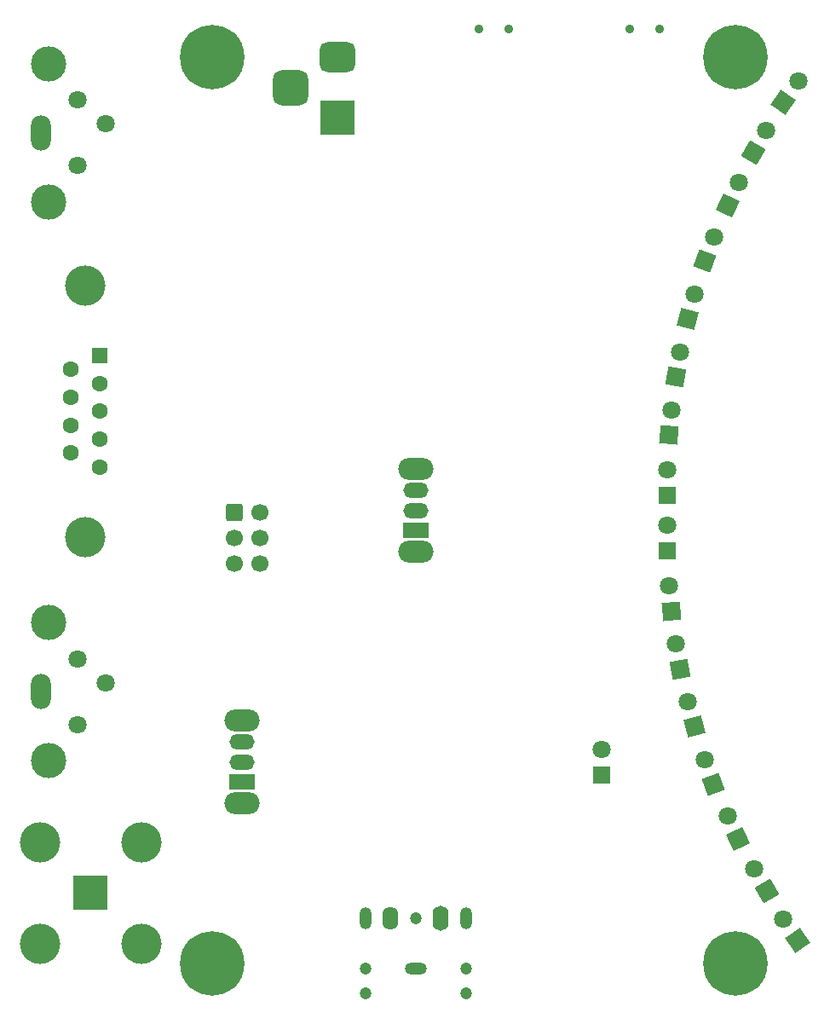
<source format=gbr>
%TF.GenerationSoftware,KiCad,Pcbnew,8.0.2+b1*%
%TF.CreationDate,2025-03-29T04:57:43+02:00*%
%TF.ProjectId,3dglassbox,3364676c-6173-4736-926f-782e6b696361,rev?*%
%TF.SameCoordinates,Original*%
%TF.FileFunction,Soldermask,Bot*%
%TF.FilePolarity,Negative*%
%FSLAX46Y46*%
G04 Gerber Fmt 4.6, Leading zero omitted, Abs format (unit mm)*
G04 Created by KiCad (PCBNEW 8.0.2+b1) date 2025-03-29 04:57:43*
%MOMM*%
%LPD*%
G01*
G04 APERTURE LIST*
G04 Aperture macros list*
%AMRoundRect*
0 Rectangle with rounded corners*
0 $1 Rounding radius*
0 $2 $3 $4 $5 $6 $7 $8 $9 X,Y pos of 4 corners*
0 Add a 4 corners polygon primitive as box body*
4,1,4,$2,$3,$4,$5,$6,$7,$8,$9,$2,$3,0*
0 Add four circle primitives for the rounded corners*
1,1,$1+$1,$2,$3*
1,1,$1+$1,$4,$5*
1,1,$1+$1,$6,$7*
1,1,$1+$1,$8,$9*
0 Add four rect primitives between the rounded corners*
20,1,$1+$1,$2,$3,$4,$5,0*
20,1,$1+$1,$4,$5,$6,$7,0*
20,1,$1+$1,$6,$7,$8,$9,0*
20,1,$1+$1,$8,$9,$2,$3,0*%
%AMRotRect*
0 Rectangle, with rotation*
0 The origin of the aperture is its center*
0 $1 length*
0 $2 width*
0 $3 Rotation angle, in degrees counterclockwise*
0 Add horizontal line*
21,1,$1,$2,0,0,$3*%
G04 Aperture macros list end*
%ADD10C,6.400000*%
%ADD11C,0.900000*%
%ADD12RotRect,1.800000X1.800000X65.000000*%
%ADD13C,1.800000*%
%ADD14RotRect,1.800000X1.800000X100.000000*%
%ADD15RotRect,1.800000X1.800000X95.000000*%
%ADD16C,3.500000*%
%ADD17O,2.000000X3.500000*%
%ADD18C,4.000000*%
%ADD19R,1.600000X1.600000*%
%ADD20C,1.600000*%
%ADD21RoundRect,0.250000X-0.600000X-0.600000X0.600000X-0.600000X0.600000X0.600000X-0.600000X0.600000X0*%
%ADD22C,1.700000*%
%ADD23R,1.800000X1.800000*%
%ADD24R,3.500000X3.500000*%
%ADD25RoundRect,0.750000X-1.000000X0.750000X-1.000000X-0.750000X1.000000X-0.750000X1.000000X0.750000X0*%
%ADD26RoundRect,0.875000X-0.875000X0.875000X-0.875000X-0.875000X0.875000X-0.875000X0.875000X0.875000X0*%
%ADD27RotRect,1.800000X1.800000X80.000000*%
%ADD28RotRect,1.800000X1.800000X105.000000*%
%ADD29RotRect,1.800000X1.800000X110.000000*%
%ADD30RotRect,1.800000X1.800000X115.000000*%
%ADD31RotRect,1.800000X1.800000X120.000000*%
%ADD32RotRect,1.800000X1.800000X125.000000*%
%ADD33O,3.500000X2.200000*%
%ADD34R,2.500000X1.500000*%
%ADD35O,2.500000X1.500000*%
%ADD36RotRect,1.800000X1.800000X75.000000*%
%ADD37C,1.200000*%
%ADD38O,1.200000X2.200000*%
%ADD39O,1.600000X2.300000*%
%ADD40O,2.200000X1.200000*%
%ADD41O,1.600000X2.500000*%
%ADD42RotRect,1.800000X1.800000X85.000000*%
%ADD43RotRect,1.800000X1.800000X55.000000*%
%ADD44RotRect,1.800000X1.800000X60.000000*%
%ADD45RotRect,1.800000X1.800000X70.000000*%
G04 APERTURE END LIST*
D10*
%TO.C,H4*%
X174940000Y-149190000D03*
%TD*%
D11*
%TO.C,SW2*%
X167440000Y-56360000D03*
X164440000Y-56360000D03*
%TD*%
D12*
%TO.C,D2*%
X174176408Y-73918989D03*
D13*
X175249858Y-71616967D03*
%TD*%
D11*
%TO.C,SW4*%
X152440000Y-56360000D03*
X149440000Y-56360000D03*
%TD*%
D14*
%TO.C,D6*%
X169449978Y-119951567D03*
D13*
X169008912Y-117450155D03*
%TD*%
D15*
%TO.C,D13*%
X168559695Y-114221460D03*
D13*
X168338319Y-111691124D03*
%TD*%
D10*
%TO.C,H3*%
X174940000Y-59190000D03*
%TD*%
D16*
%TO.C,J6*%
X106752500Y-115340000D03*
D17*
X105952500Y-122190000D03*
D16*
X106752500Y-129040000D03*
D13*
X109552500Y-125440000D03*
X109552500Y-118940000D03*
X112352500Y-121290000D03*
%TD*%
D10*
%TO.C,H2*%
X122940000Y-149190000D03*
%TD*%
D18*
%TO.C,J2*%
X110350331Y-81845000D03*
X110350331Y-106845000D03*
D19*
X111770331Y-88805000D03*
D20*
X111770331Y-91575000D03*
X111770331Y-94345000D03*
X111770331Y-97115000D03*
X111770331Y-99885000D03*
X108930331Y-90190000D03*
X108930331Y-92960000D03*
X108930331Y-95730000D03*
X108930331Y-98500000D03*
%TD*%
D21*
%TO.C,J4*%
X125187500Y-104395000D03*
D22*
X127727500Y-104395000D03*
X125187500Y-106935000D03*
X127727500Y-106935000D03*
X125187500Y-109475000D03*
X127727500Y-109475000D03*
%TD*%
D23*
%TO.C,D12*%
X168190000Y-102730001D03*
D13*
X168190000Y-100190000D03*
%TD*%
D16*
%TO.C,J1*%
X106752500Y-59840000D03*
D17*
X105952500Y-66690000D03*
D16*
X106752500Y-73540000D03*
D13*
X109552500Y-69940000D03*
X109552500Y-63440000D03*
X112352500Y-65790000D03*
%TD*%
D24*
%TO.C,J3*%
X135440000Y-65190000D03*
D25*
X135440000Y-59190000D03*
D26*
X130740000Y-62190000D03*
%TD*%
D27*
%TO.C,D11*%
X169015858Y-90970455D03*
D13*
X169456924Y-88469043D03*
%TD*%
D28*
%TO.C,D14*%
X170859784Y-125668572D03*
D13*
X170202384Y-123215120D03*
%TD*%
D23*
%TO.C,D18*%
X161690000Y-130465000D03*
D13*
X161690000Y-127925000D03*
%TD*%
D29*
%TO.C,D7*%
X172787894Y-131370824D03*
D13*
X171919163Y-128984005D03*
%TD*%
D30*
%TO.C,D15*%
X175232953Y-136806782D03*
D13*
X174159503Y-134504760D03*
%TD*%
D31*
%TO.C,D8*%
X178043479Y-141975033D03*
D13*
X176773479Y-139775328D03*
%TD*%
D23*
%TO.C,D5*%
X168190000Y-108230001D03*
D13*
X168190000Y-105690000D03*
%TD*%
D24*
%TO.C,J7*%
X110875000Y-142190000D03*
D18*
X105850000Y-147215000D03*
X115900000Y-147215000D03*
X105850000Y-137165000D03*
X115900000Y-137165000D03*
%TD*%
D32*
%TO.C,D16*%
X181167866Y-146874295D03*
D13*
X179710982Y-144793649D03*
%TD*%
D33*
%TO.C,SW1*%
X143190000Y-108290000D03*
X143190000Y-100090000D03*
D34*
X143190000Y-106190000D03*
D35*
X143190000Y-104190000D03*
X143190000Y-102190000D03*
%TD*%
D36*
%TO.C,D3*%
X170212736Y-85206245D03*
D13*
X170870136Y-82752793D03*
%TD*%
D37*
%TO.C,J8*%
X138187260Y-149672873D03*
X138187260Y-152172873D03*
X143187260Y-144672873D03*
X148187260Y-149672873D03*
X148187260Y-152172873D03*
D38*
X138187260Y-144672873D03*
D39*
X140687260Y-144672873D03*
D40*
X143187260Y-149672873D03*
D38*
X148187260Y-144672873D03*
D41*
X145687260Y-144672873D03*
%TD*%
D10*
%TO.C,H1*%
X122940000Y-59190000D03*
%TD*%
D42*
%TO.C,D4*%
X168341806Y-96729029D03*
D13*
X168563181Y-94198694D03*
%TD*%
D43*
%TO.C,D1*%
X179733925Y-63633588D03*
D13*
X181190810Y-61552942D03*
%TD*%
D44*
%TO.C,D9*%
X176693478Y-68650034D03*
D13*
X177963478Y-66450329D03*
%TD*%
D33*
%TO.C,SW3*%
X125940000Y-133290000D03*
X125940000Y-125090000D03*
D34*
X125940000Y-131190000D03*
D35*
X125940000Y-129190000D03*
X125940000Y-127190000D03*
%TD*%
D45*
%TO.C,D10*%
X171932843Y-79438410D03*
D13*
X172801574Y-77051591D03*
%TD*%
M02*

</source>
